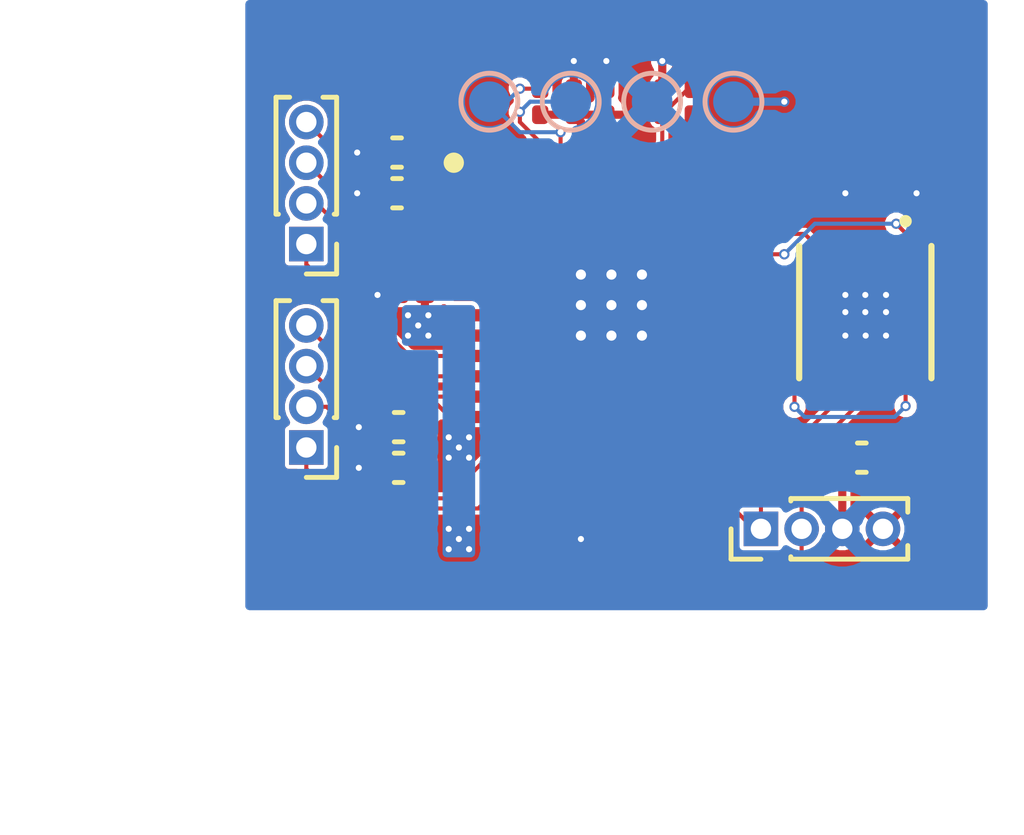
<source format=kicad_pcb>
(kicad_pcb (version 20241229) (generator "pcbnew") (generator_version "9.0")
  (layers (0 "F.Cu" signal) (2 "B.Cu" signal) (13 "F.Paste" user) (15 "B.Paste" user) (5 "F.SilkS" user "F.Silkscreen") (7 "B.SilkS" user "B.Silkscreen") (1 "F.Mask" user) (3 "B.Mask" user) (25 "Edge.Cuts" user))
  (net 0 "")
  (net 1 "+5V")
  (net 2 "GND")
  (net 3 "Net-(IC1-~{RESET})")
  (net 7 "Net-(IC1-PA09)")
  (net 8 "CAN_STBY")
  (net 11 "Net-(IC1-PA08)")
  (net 13 "Net-(IC1-PA04)")
  (net 15 "CAN_TX")
  (net 18 "Net-(IC1-PA31_SWDIO)")
  (net 21 "CAN_RX")
  (net 22 "Net-(IC1-PA05)")
  (net 24 "Net-(IC1-PA02)")
  (net 26 "Net-(IC1-PA03)")
  (net 29 "Net-(IC1-PA30_SWCLK)")
  (net 35 "CAN_NSIL")
  (net 38 "CANL")
  (net 39 "CANH")
  (net 40 "Net-(JP2-B)")
  (net 43 "Net-(IC1-PA06)")
  (net 44 "Net-(IC1-PA07)")
  (footprint "Capacitor_SMD:C_0402_1005Metric" (layer "F.Cu") (at 128.905 62.75 180)
    (property "Reference" "C12" (hide yes))
    (property "Value" "10u")
    (fp_line (start -0.107836 0.36) (end 0.107836 0.36) (stroke (width 0.12)) (layer "F.SilkS"))
    (fp_line (start -0.107836 -0.36) (end 0.107836 -0.36) (stroke (width 0.12)) (layer "F.SilkS"))
    (pad "1" smd roundrect (at -0.48 0 180) (size 0.56 0.62) (layers "F.Cu" "F.Mask" "F.Paste") (net 1 "+5V"))
    (pad "2" smd roundrect (at 0.48 0 180) (size 0.56 0.62) (layers "F.Cu" "F.Mask" "F.Paste") (net 2 "GND"))
  )
  (footprint "ATA6560-GBQW-N:VDFN8_3X3_MCH" (layer "F.Cu") (at 128.9906 59.1724 -90)
    (property "Reference" "U1" (hide yes))
    (property "Value" "ATA6560-GBQW-N")
    (fp_line (start -1.6256 1.6256) (end 1.6256 1.6256) (stroke (width 0.1524)) (layer "F.SilkS"))
    (fp_line (start 1.6256 -1.6256) (end -1.6256 -1.6256) (stroke (width 0.1524)) (layer "F.SilkS"))
    (fp_circle (center -2.2352 -0.9906) (end -2.159 -0.9906) (stroke (width 0.1524)) (fill no) (layer "F.SilkS"))
    (pad "1" smd rect (at -1.4224 -0.9906 270) (size 0.762 0.3048) (layers "F.Cu" "F.Mask" "F.Paste") (net 15 "CAN_TX"))
    (pad "2" smd rect (at -1.4224 -0.3302 270) (size 0.762 0.3048) (layers "F.Cu" "F.Mask" "F.Paste") (net 2 "GND"))
    (pad "3" smd rect (at -1.4224 0.3302 270) (size 0.762 0.3048) (layers "F.Cu" "F.Mask" "F.Paste") (net 1 "+5V"))
    (pad "4" smd rect (at -1.4224 0.9906 270) (size 0.762 0.3048) (layers "F.Cu" "F.Mask" "F.Paste") (net 21 "CAN_RX"))
    (pad "5" smd rect (at 1.4224 0.9906 270) (size 0.762 0.3048) (layers "F.Cu" "F.Mask" "F.Paste") (net 35 "CAN_NSIL"))
    (pad "6" smd rect (at 1.4224 0.3302 270) (size 0.762 0.3048) (layers "F.Cu" "F.Mask" "F.Paste") (net 38 "CANL"))
    (pad "7" smd rect (at 1.4224 -0.3302 270) (size 0.762 0.3048) (layers "F.Cu" "F.Mask" "F.Paste") (net 39 "CANH"))
    (pad "8" smd rect (at 1.4224 -0.9906 270) (size 0.762 0.3048) (layers "F.Cu" "F.Mask" "F.Paste") (net 8 "CAN_STBY"))
    (pad "9" smd rect (at 0 0 270) (size 1.7018 2.4892) (layers "F.Cu" "F.Mask" "F.Paste") (net 2 "GND"))
  )
  (footprint "Resistor_SMD:R_0201_0603Metric" (layer "F.Cu") (at 121 54 -90)
    (property "Reference" "R2" (hide yes))
    (property "Value" "1k")
    (pad "1" smd roundrect (at -0.32 0 270) (size 0.46 0.4) (layers "F.Cu" "F.Mask") (net 29 "Net-(IC1-PA30_SWCLK)"))
    (pad "2" smd roundrect (at 0.32 0 270) (size 0.46 0.4) (layers "F.Cu" "F.Mask") (net 1 "+5V"))
  )
  (footprint "Capacitor_SMD:C_0201_0603Metric" (layer "F.Cu") (at 122.625 54 90)
    (property "Reference" "C6" (hide yes))
    (property "Value" "100n")
    (pad "1" smd roundrect (at -0.32 0 90) (size 0.46 0.4) (layers "F.Cu" "F.Mask") (net 1 "+5V"))
    (pad "2" smd roundrect (at 0.32 0 90) (size 0.46 0.4) (layers "F.Cu" "F.Mask") (net 2 "GND"))
  )
  (footprint "Connector_PinHeader_1.00mm:PinHeader_1x04_P1.00mm_Vertical" (layer "F.Cu") (at 126.425 64.5 90)
    (property "Reference" "J3" (hide yes))
    (property "Value" "Conn_01x04_Socket")
    (fp_line (start -0.745 -0.735) (end 0 -0.735) (stroke (width 0.12)) (layer "F.SilkS"))
    (fp_line (start -0.745 0) (end -0.745 -0.735) (stroke (width 0.12)) (layer "F.SilkS"))
    (fp_line (start 0.745 0.735) (end 0.745 3.61) (stroke (width 0.12)) (layer "F.SilkS"))
    (fp_line (start 0.685565 0.735) (end 0.745 0.735) (stroke (width 0.12)) (layer "F.SilkS"))
    (fp_line (start -0.745 0.735) (end -0.685565 0.735) (stroke (width 0.12)) (layer "F.SilkS"))
    (fp_line (start -0.745 0.735) (end -0.745 3.61) (stroke (width 0.12)) (layer "F.SilkS"))
    (fp_line (start 0.41003 3.61) (end 0.745 3.61) (stroke (width 0.12)) (layer "F.SilkS"))
    (fp_line (start -0.745 3.61) (end -0.41003 3.61) (stroke (width 0.12)) (layer "F.SilkS"))
    (pad "1" thru_hole rect (at 0 0 90) (size 0.85 0.85) (drill 0.5) (layers "*.Cu" "*.Mask") (net 38 "CANL"))
    (pad "2" thru_hole circle (at 0 1 90) (size 0.85 0.85) (drill 0.5) (layers "*.Cu" "*.Mask") (net 39 "CANH"))
    (pad "3" thru_hole circle (at 0 2 90) (size 0.85 0.85) (drill 0.5) (layers "*.Cu" "*.Mask") (net 2 "GND"))
    (pad "4" thru_hole circle (at 0 3 90) (size 0.85 0.85) (drill 0.5) (layers "*.Cu" "*.Mask") (net 1 "+5V"))
  )
  (footprint "Capacitor_SMD:C_0402_1005Metric" (layer "F.Cu") (at 117.48 56.25 180)
    (property "Reference" "C2" (hide yes))
    (property "Value" "10u")
    (fp_line (start -0.107836 0.36) (end 0.107836 0.36) (stroke (width 0.12)) (layer "F.SilkS"))
    (fp_line (start -0.107836 -0.36) (end 0.107836 -0.36) (stroke (width 0.12)) (layer "F.SilkS"))
    (pad "1" smd roundrect (at -0.48 0 180) (size 0.56 0.62) (layers "F.Cu" "F.Mask" "F.Paste") (net 1 "+5V"))
    (pad "2" smd roundrect (at 0.48 0 180) (size 0.56 0.62) (layers "F.Cu" "F.Mask" "F.Paste") (net 2 "GND"))
  )
  (footprint "Capacitor_SMD:C_0402_1005Metric" (layer "F.Cu") (at 117.48 55.25 180)
    (property "Reference" "C1" (hide yes))
    (property "Value" "10u")
    (fp_line (start -0.107836 0.36) (end 0.107836 0.36) (stroke (width 0.12)) (layer "F.SilkS"))
    (fp_line (start -0.107836 -0.36) (end 0.107836 -0.36) (stroke (width 0.12)) (layer "F.SilkS"))
    (pad "1" smd roundrect (at -0.48 0 180) (size 0.56 0.62) (layers "F.Cu" "F.Mask" "F.Paste") (net 1 "+5V"))
    (pad "2" smd roundrect (at 0.48 0 180) (size 0.56 0.62) (layers "F.Cu" "F.Mask" "F.Paste") (net 2 "GND"))
  )
  (footprint "Capacitor_SMD:C_0201_0603Metric" (layer "F.Cu") (at 127.75 56.25)
    (property "Reference" "C9" (hide yes))
    (property "Value" "100n")
    (pad "1" smd roundrect (at -0.32 0) (size 0.46 0.4) (layers "F.Cu" "F.Mask") (net 1 "+5V"))
    (pad "2" smd roundrect (at 0.32 0) (size 0.46 0.4) (layers "F.Cu" "F.Mask") (net 2 "GND"))
  )
  (footprint "Capacitor_SMD:C_0201_0603Metric" (layer "F.Cu") (at 124 54 90)
    (property "Reference" "C10" (hide yes))
    (property "Value" "100n")
    (pad "1" smd roundrect (at -0.32 0 90) (size 0.46 0.4) (layers "F.Cu" "F.Mask") (net 3 "Net-(IC1-~{RESET})"))
    (pad "2" smd roundrect (at 0.32 0 90) (size 0.46 0.4) (layers "F.Cu" "F.Mask") (net 2 "GND"))
  )
  (footprint "Resistor_SMD:R_0201_0603Metric" (layer "F.Cu") (at 124.75 54 90)
    (property "Reference" "R1" (hide yes))
    (property "Value" "100k")
    (pad "1" smd roundrect (at -0.32 0 90) (size 0.46 0.4) (layers "F.Cu" "F.Mask") (net 1 "+5V"))
    (pad "2" smd roundrect (at 0.32 0 90) (size 0.46 0.4) (layers "F.Cu" "F.Mask") (net 3 "Net-(IC1-~{RESET})"))
  )
  (footprint "Capacitor_SMD:C_0402_1005Metric" (layer "F.Cu") (at 117.52 63 180)
    (property "Reference" "C4" (hide yes))
    (property "Value" "10u")
    (fp_line (start -0.107836 0.36) (end 0.107836 0.36) (stroke (width 0.12)) (layer "F.SilkS"))
    (fp_line (start -0.107836 -0.36) (end 0.107836 -0.36) (stroke (width 0.12)) (layer "F.SilkS"))
    (pad "1" smd roundrect (at -0.48 0 180) (size 0.56 0.62) (layers "F.Cu" "F.Mask" "F.Paste") (net 1 "+5V"))
    (pad "2" smd roundrect (at 0.48 0 180) (size 0.56 0.62) (layers "F.Cu" "F.Mask" "F.Paste") (net 2 "GND"))
  )
  (footprint "Resistor_SMD:R_0201_0603Metric" (layer "F.Cu") (at 124.5 63.75 180)
    (property "Reference" "R3" (hide yes))
    (property "Value" "120")
    (pad "1" smd roundrect (at -0.32 0 180) (size 0.46 0.4) (layers "F.Cu" "F.Mask") (net 38 "CANL"))
    (pad "2" smd roundrect (at 0.32 0 180) (size 0.46 0.4) (layers "F.Cu" "F.Mask") (net 40 "Net-(JP2-B)"))
  )
  (footprint "Capacitor_SMD:C_0201_0603Metric" (layer "F.Cu") (at 121.825 54 90)
    (property "Reference" "C5" (hide yes))
    (property "Value" "100n")
    (pad "1" smd roundrect (at -0.32 0 90) (size 0.46 0.4) (layers "F.Cu" "F.Mask") (net 1 "+5V"))
    (pad "2" smd roundrect (at 0.32 0 90) (size 0.46 0.4) (layers "F.Cu" "F.Mask") (net 2 "GND"))
  )
  (footprint "PIC32CM1216JH01048-I/U5B:QFN50P700X700X90-49N-D" (layer "F.Cu") (at 122.75 59)
    (property "Reference" "IC1" (hide yes))
    (property "Value" "PIC32CM1216JH01048-I_U5B" (hide yes))
    (fp_circle (center -3.875 -3.5) (end -3.875 -3.375) (stroke (width 0.25)) (fill no) (layer "F.SilkS"))
    (pad "1" smd rect (at -3.45 -2.75 90) (size 0.3 0.85) (layers "F.Cu" "F.Mask" "F.Paste"))
    (pad "2" smd rect (at -3.45 -2.25 90) (size 0.3 0.85) (layers "F.Cu" "F.Mask" "F.Paste"))
    (pad "3" smd rect (at -3.45 -1.75 90) (size 0.3 0.85) (layers "F.Cu" "F.Mask" "F.Paste") (net 24 "Net-(IC1-PA02)"))
    (pad "4" smd rect (at -3.45 -1.25 90) (size 0.3 0.85) (layers "F.Cu" "F.Mask" "F.Paste") (net 26 "Net-(IC1-PA03)"))
    (pad "5" smd rect (at -3.45 -0.75 90) (size 0.3 0.85) (layers "F.Cu" "F.Mask" "F.Paste") (net 2 "GND"))
    (pad "6" smd rect (at -3.45 -0.25 90) (size 0.3 0.85) (layers "F.Cu" "F.Mask" "F.Paste") (net 1 "+5V"))
    (pad "7" smd rect (at -3.45 0.25 90) (size 0.3 0.85) (layers "F.Cu" "F.Mask" "F.Paste"))
    (pad "8" smd rect (at -3.45 0.75 90) (size 0.3 0.85) (layers "F.Cu" "F.Mask" "F.Paste"))
    (pad "9" smd rect (at -3.45 1.25 90) (size 0.3 0.85) (layers "F.Cu" "F.Mask" "F.Paste") (net 13 "Net-(IC1-PA04)"))
    (pad "10" smd rect (at -3.45 1.75 90) (size 0.3 0.85) (layers "F.Cu" "F.Mask" "F.Paste") (net 22 "Net-(IC1-PA05)"))
    (pad "11" smd rect (at -3.45 2.25 90) (size 0.3 0.85) (layers "F.Cu" "F.Mask" "F.Paste") (net 43 "Net-(IC1-PA06)"))
    (pad "12" smd rect (at -3.45 2.75 90) (size 0.3 0.85) (layers "F.Cu" "F.Mask" "F.Paste") (net 44 "Net-(IC1-PA07)"))
    (pad "13" smd rect (at -2.75 3.45) (size 0.3 0.85) (layers "F.Cu" "F.Mask" "F.Paste") (net 11 "Net-(IC1-PA08)"))
    (pad "14" smd rect (at -2.25 3.45) (size 0.3 0.85) (layers "F.Cu" "F.Mask" "F.Paste") (net 7 "Net-(IC1-PA09)"))
    (pad "15" smd rect (at -1.75 3.45) (size 0.3 0.85) (layers "F.Cu" "F.Mask" "F.Paste"))
    (pad "16" smd rect (at -1.25 3.45) (size 0.3 0.85) (layers "F.Cu" "F.Mask" "F.Paste"))
    (pad "17" smd rect (at -0.75 3.45) (size 0.3 0.85) (layers "F.Cu" "F.Mask" "F.Paste") (net 1 "+5V"))
    (pad "18" smd rect (at -0.25 3.45) (size 0.3 0.85) (layers "F.Cu" "F.Mask" "F.Paste") (net 2 "GND"))
    (pad "19" smd rect (at 0.25 3.45) (size 0.3 0.85) (layers "F.Cu" "F.Mask" "F.Paste"))
    (pad "20" smd rect (at 0.75 3.45) (size 0.3 0.85) (layers "F.Cu" "F.Mask" "F.Paste"))
    (pad "21" smd rect (at 1.25 3.45) (size 0.3 0.85) (layers "F.Cu" "F.Mask" "F.Paste"))
    (pad "22" smd rect (at 1.75 3.45) (size 0.3 0.85) (layers "F.Cu" "F.Mask" "F.Paste"))
    (pad "23" smd rect (at 2.25 3.45) (size 0.3 0.85) (layers "F.Cu" "F.Mask" "F.Paste"))
    (pad "24" smd rect (at 2.75 3.45) (size 0.3 0.85) (layers "F.Cu" "F.Mask" "F.Paste"))
    (pad "25" smd rect (at 3.45 2.75 90) (size 0.3 0.85) (layers "F.Cu" "F.Mask" "F.Paste"))
    (pad "26" smd rect (at 3.45 2.25 90) (size 0.3 0.85) (layers "F.Cu" "F.Mask" "F.Paste"))
    (pad "27" smd rect (at 3.45 1.75 90) (size 0.3 0.85) (layers "F.Cu" "F.Mask" "F.Paste"))
    (pad "28" smd rect (at 3.45 1.25 90) (size 0.3 0.85) (layers "F.Cu" "F.Mask" "F.Paste"))
    (pad "29" smd rect (at 3.45 0.75 90) (size 0.3 0.85) (layers "F.Cu" "F.Mask" "F.Paste"))
    (pad "30" smd rect (at 3.45 0.25 90) (size 0.3 0.85) (layers "F.Cu" "F.Mask" "F.Paste"))
    (pad "31" smd rect (at 3.45 -0.25 90) (size 0.3 0.85) (layers "F.Cu" "F.Mask" "F.Paste") (net 8 "CAN_STBY"))
    (pad "32" smd rect (at 3.45 -0.75 90) (size 0.3 0.85) (layers "F.Cu" "F.Mask" "F.Paste") (net 35 "CAN_NSIL"))
    (pad "33" smd rect (at 3.45 -1.25 90) (size 0.3 0.85) (layers "F.Cu" "F.Mask" "F.Paste") (net 15 "CAN_TX"))
    (pad "34" smd rect (at 3.45 -1.75 90) (size 0.3 0.85) (layers "F.Cu" "F.Mask" "F.Paste") (net 21 "CAN_RX"))
    (pad "35" smd rect (at 3.45 -2.25 90) (size 0.3 0.85) (layers "F.Cu" "F.Mask" "F.Paste") (net 2 "GND"))
    (pad "36" smd rect (at 3.45 -2.75 90) (size 0.3 0.85) (layers "F.Cu" "F.Mask" "F.Paste") (net 1 "+5V"))
    (pad "37" smd rect (at 2.75 -3.45) (size 0.3 0.85) (layers "F.Cu" "F.Mask" "F.Paste"))
    (pad "38" smd rect (at 2.25 -3.45) (size 0.3 0.85) (layers "F.Cu" "F.Mask" "F.Paste"))
    (pad "39" smd rect (at 1.75 -3.45) (size 0.3 0.85) (layers "F.Cu" "F.Mask" "F.Paste"))
    (pad "40" smd rect (at 1.25 -3.45) (size 0.3 0.85) (layers "F.Cu" "F.Mask" "F.Paste") (net 3 "Net-(IC1-~{RESET})"))
    (pad "41" smd rect (at 0.75 -3.45) (size 0.3 0.85) (layers "F.Cu" "F.Mask" "F.Paste"))
    (pad "42" smd rect (at 0.25 -3.45) (size 0.3 0.85) (layers "F.Cu" "F.Mask" "F.Paste") (net 2 "GND"))
    (pad "43" smd rect (at -0.25 -3.45) (size 0.3 0.85) (layers "F.Cu" "F.Mask" "F.Paste") (net 1 "+5V"))
    (pad "44" smd rect (at -0.75 -3.45) (size 0.3 0.85) (layers "F.Cu" "F.Mask" "F.Paste") (net 1 "+5V"))
    (pad "45" smd rect (at -1.25 -3.45) (size 0.3 0.85) (layers "F.Cu" "F.Mask" "F.Paste") (net 29 "Net-(IC1-PA30_SWCLK)"))
    (pad "46" smd rect (at -1.75 -3.45) (size 0.3 0.85) (layers "F.Cu" "F.Mask" "F.Paste") (net 18 "Net-(IC1-PA31_SWDIO)"))
    (pad "47" smd rect (at -2.25 -3.45) (size 0.3 0.85) (layers "F.Cu" "F.Mask" "F.Paste"))
    (pad "48" smd rect (at -2.75 -3.45) (size 0.3 0.85) (layers "F.Cu" "F.Mask" "F.Paste"))
    (pad "49" smd rect (at 0 0) (size 5.25 5.25) (layers "F.Cu" "F.Mask" "F.Paste") (net 2 "GND"))
  )
  (footprint "Capacitor_SMD:C_0402_1005Metric" (layer "F.Cu") (at 117.52 62 180)
    (property "Reference" "C3" (hide yes))
    (property "Value" "10u")
    (fp_line (start -0.107836 0.36) (end 0.107836 0.36) (stroke (width 0.12)) (layer "F.SilkS"))
    (fp_line (start -0.107836 -0.36) (end 0.107836 -0.36) (stroke (width 0.12)) (layer "F.SilkS"))
    (pad "1" smd roundrect (at -0.48 0 180) (size 0.56 0.62) (layers "F.Cu" "F.Mask" "F.Paste") (net 1 "+5V"))
    (pad "2" smd roundrect (at 0.48 0 180) (size 0.56 0.62) (layers "F.Cu" "F.Mask" "F.Paste") (net 2 "GND"))
  )
  (footprint "Capacitor_SMD:C_0201_0603Metric" (layer "F.Cu") (at 129.405 56.25)
    (property "Reference" "C11" (hide yes))
    (property "Value" "100n")
    (pad "1" smd roundrect (at -0.32 0) (size 0.46 0.4) (layers "F.Cu" "F.Mask") (net 1 "+5V"))
    (pad "2" smd roundrect (at 0.32 0) (size 0.46 0.4) (layers "F.Cu" "F.Mask") (net 2 "GND"))
  )
  (footprint "Resistor_SMD:R_0201_0603Metric" (layer "F.Cu") (at 124.5 65.25 180)
    (property "Reference" "JP2" (hide yes))
    (property "Value" "Jumper_2_Small_Open")
    (pad "1" smd roundrect (at -0.32 0 180) (size 0.46 0.4) (layers "F.Cu" "F.Mask") (net 39 "CANH"))
    (pad "2" smd roundrect (at 0.32 0 180) (size 0.46 0.4) (layers "F.Cu" "F.Mask") (net 40 "Net-(JP2-B)"))
  )
  (footprint "Connector_PinHeader_1.00mm:PinHeader_1x04_P1.00mm_Vertical" (layer "F.Cu") (at 115.25 57.5 180)
    (property "Reference" "J1" (hide yes))
    (property "Value" "Conn_01x04_Socket")
    (fp_line (start 0.745 0.735) (end 0.745 3.61) (stroke (width 0.12)) (layer "F.SilkS"))
    (fp_line (start 0.685565 0.735) (end 0.745 0.735) (stroke (width 0.12)) (layer "F.SilkS"))
    (fp_line (start 0.41003 3.61) (end 0.745 3.61) (stroke (width 0.12)) (layer "F.SilkS"))
    (fp_line (start -0.745 3.61) (end -0.41003 3.61) (stroke (width 0.12)) (layer "F.SilkS"))
    (fp_line (start -0.745 0.735) (end -0.685565 0.735) (stroke (width 0.12)) (layer "F.SilkS"))
    (fp_line (start -0.745 0.735) (end -0.745 3.61) (stroke (width 0.12)) (layer "F.SilkS"))
    (fp_line (start -0.745 0) (end -0.745 -0.735) (stroke (width 0.12)) (layer "F.SilkS"))
    (fp_line (start -0.745 -0.735) (end 0 -0.735) (stroke (width 0.12)) (layer "F.SilkS"))
    (pad "1" thru_hole rect (at 0 0 180) (size 0.85 0.85) (drill 0.5) (layers "*.Cu" "*.Mask") (net 22 "Net-(IC1-PA05)"))
    (pad "2" thru_hole circle (at 0 1 180) (size 0.85 0.85) (drill 0.5) (layers "*.Cu" "*.Mask") (net 13 "Net-(IC1-PA04)"))
    (pad "3" thru_hole circle (at 0 2 180) (size 0.85 0.85) (drill 0.5) (layers "*.Cu" "*.Mask") (net 26 "Net-(IC1-PA03)"))
    (pad "4" thru_hole circle (at 0 3 180) (size 0.85 0.85) (drill 0.5) (layers "*.Cu" "*.Mask") (net 24 "Net-(IC1-PA02)"))
  )
  (footprint "Connector_PinHeader_1.00mm:PinHeader_1x04_P1.00mm_Vertical" (layer "F.Cu") (at 115.25 62.5 180)
    (property "Reference" "J2" (hide yes))
    (property "Value" "Conn_01x04_Socket")
    (fp_line (start 0.745 0.735) (end 0.745 3.61) (stroke (width 0.12)) (layer "F.SilkS"))
    (fp_line (start 0.685565 0.735) (end 0.745 0.735) (stroke (width 0.12)) (layer "F.SilkS"))
    (fp_line (start 0.41003 3.61) (end 0.745 3.61) (stroke (width 0.12)) (layer "F.SilkS"))
    (fp_line (start -0.745 3.61) (end -0.41003 3.61) (stroke (width 0.12)) (layer "F.SilkS"))
    (fp_line (start -0.745 0.735) (end -0.685565 0.735) (stroke (width 0.12)) (layer "F.SilkS"))
    (fp_line (start -0.745 0.735) (end -0.745 3.61) (stroke (width 0.12)) (layer "F.SilkS"))
    (fp_line (start -0.745 0) (end -0.745 -0.735) (stroke (width 0.12)) (layer "F.SilkS"))
    (fp_line (start -0.745 -0.735) (end 0 -0.735) (stroke (width 0.12)) (layer "F.SilkS"))
    (pad "1" thru_hole rect (at 0 0 180) (size 0.85 0.85) (drill 0.5) (layers "*.Cu" "*.Mask") (net 7 "Net-(IC1-PA09)"))
    (pad "2" thru_hole circle (at 0 1 180) (size 0.85 0.85) (drill 0.5) (layers "*.Cu" "*.Mask") (net 11 "Net-(IC1-PA08)"))
    (pad "3" thru_hole circle (at 0 2 180) (size 0.85 0.85) (drill 0.5) (layers "*.Cu" "*.Mask") (net 44 "Net-(IC1-PA07)"))
    (pad "4" thru_hole circle (at 0 3 180) (size 0.85 0.85) (drill 0.5) (layers "*.Cu" "*.Mask") (net 43 "Net-(IC1-PA06)"))
  )
  (footprint "Capacitor_SMD:C_0201_0603Metric" (layer "F.Cu") (at 117.845 58.75 180)
    (property "Reference" "C7" (hide yes))
    (property "Value" "100n")
    (pad "1" smd roundrect (at -0.32 0 180) (size 0.46 0.4) (layers "F.Cu" "F.Mask") (net 1 "+5V"))
    (pad "2" smd roundrect (at 0.32 0 180) (size 0.46 0.4) (layers "F.Cu" "F.Mask") (net 2 "GND"))
  )
  (footprint "Capacitor_SMD:C_0201_0603Metric" (layer "F.Cu") (at 122 64 -90)
    (property "Reference" "C8" (hide yes))
    (property "Value" "100n")
    (pad "1" smd roundrect (at -0.32 0 270) (size 0.46 0.4) (layers "F.Cu" "F.Mask") (net 1 "+5V"))
    (pad "2" smd roundrect (at 0.32 0 270) (size 0.46 0.4) (layers "F.Cu" "F.Mask") (net 2 "GND"))
  )
  (footprint "TestPoint:TestPoint_Pad_D1.0mm" (layer "B.Cu") (at 123.75 54 180)
    (property "Reference" "TP2" (hide yes))
    (property "Value" "TestPoint")
    (fp_circle (center 0 0) (end 0 -0.7) (stroke (width 0.12)) (fill no) (layer "B.SilkS"))
    (pad "1" smd circle (at 0 0 180) (size 1 1) (layers "B.Cu" "B.Mask") (net 2 "GND"))
  )
  (footprint "TestPoint:TestPoint_Pad_D1.0mm" (layer "B.Cu") (at 121.75 54 180)
    (property "Reference" "TP3" (hide yes))
    (property "Value" "TestPoint")
    (fp_circle (center 0 0) (end 0 -0.7) (stroke (width 0.12)) (fill no) (layer "B.SilkS"))
    (pad "1" smd circle (at 0 0 180) (size 1 1) (layers "B.Cu" "B.Mask") (net 18 "Net-(IC1-PA31_SWDIO)"))
  )
  (footprint "TestPoint:TestPoint_Pad_D1.0mm" (layer "B.Cu") (at 119.75 54 180)
    (property "Reference" "TP4" (hide yes))
    (property "Value" "TestPoint")
    (fp_circle (center 0 0) (end 0 -0.7) (stroke (width 0.12)) (fill no) (layer "B.SilkS"))
    (pad "1" smd circle (at 0 0 180) (size 1 1) (layers "B.Cu" "B.Mask") (net 29 "Net-(IC1-PA30_SWCLK)"))
  )
  (footprint "TestPoint:TestPoint_Pad_D1.0mm" (layer "B.Cu") (at 125.75 54 180)
    (property "Reference" "TP1" (hide yes))
    (property "Value" "TestPoint")
    (fp_circle (center 0 0) (end 0 -0.7) (stroke (width 0.12)) (fill no) (layer "B.SilkS"))
    (pad "1" smd circle (at 0 0 180) (size 1 1) (layers "B.Cu" "B.Mask") (net 1 "+5V"))
  )
  (segment (start 122.5 55.55) (end 122.5 54.445) (width 0.2) (layer "F.Cu") (net 1))
  (segment (start 122 55.55) (end 122 54.495) (width 0.2) (layer "F.Cu") (net 1))
  (segment (start 122.5 55.55) (end 122 55.55) (width 0.2) (layer "F.Cu") (net 1))
  (segment (start 122.5 54.445) (end 122.625 54.32) (width 0.2) (layer "F.Cu") (net 1))
  (segment (start 122 54.495) (end 121.825 54.32) (width 0.2) (layer "F.Cu") (net 1))
  (via (at 118.75 64.5) (size 0.25) (drill 0.15) (layers "F.Cu" "B.Cu") (net 1))
  (via (at 118.25 59.75) (size 0.25) (drill 0.15) (layers "F.Cu" "B.Cu") (net 1))
  (via (at 127 54) (size 0.25) (drill 0.15) (layers "F.Cu" "B.Cu") (net 1))
  (via (at 119 64.75) (size 0.25) (drill 0.15) (layers "F.Cu" "B.Cu") (net 1))
  (via (at 117.75 59.25) (size 0.25) (drill 0.15) (layers "F.Cu" "B.Cu") (net 1))
  (via (at 119.25 65) (size 0.25) (drill 0.15) (layers "F.Cu" "B.Cu") (net 1))
  (via (at 118 59.5) (size 0.25) (drill 0.15) (layers "F.Cu" "B.Cu") (net 1))
  (via (at 118.75 65) (size 0.25) (drill 0.15) (layers "F.Cu" "B.Cu") (net 1))
  (via (at 118.75 62.25) (size 0.25) (drill 0.15) (layers "F.Cu" "B.Cu") (net 1))
  (via (at 119 62.5) (size 0.25) (drill 0.15) (layers "F.Cu" "B.Cu") (net 1))
  (via (at 119.25 62.75) (size 0.25) (drill 0.15) (layers "F.Cu" "B.Cu") (net 1))
  (via (at 119.25 62.25) (size 0.25) (drill 0.15) (layers "F.Cu" "B.Cu") (net 1))
  (via (at 119.25 64.5) (size 0.25) (drill 0.15) (layers "F.Cu" "B.Cu") (net 1))
  (via (at 118.25 59.25) (size 0.25) (drill 0.15) (layers "F.Cu" "B.Cu") (net 1))
  (via (at 118.75 62.75) (size 0.25) (drill 0.15) (layers "F.Cu" "B.Cu") (net 1))
  (via (at 117.75 59.75) (size 0.25) (drill 0.15) (layers "F.Cu" "B.Cu") (net 1))
  (segment (start 125.75 54) (end 127 54) (width 0.2) (layer "B.Cu") (net 1))
  (segment (start 116.5 56.25) (end 117 56.25) (width 0.2) (layer "F.Cu") (net 2))
  (segment (start 117 58.75) (end 117.525 58.75) (width 0.2) (layer "F.Cu") (net 2))
  (segment (start 122 64.75) (end 122 64.32) (width 0.2) (layer "F.Cu") (net 2))
  (segment (start 129.3208 58.8422) (end 128.9906 59.1724) (width 0.2) (layer "F.Cu") (net 2))
  (segment (start 122.5 59.25) (end 122.5 62.45) (width 0.2) (layer "F.Cu") (net 2))
  (segment (start 116.5 55.25) (end 117 55.25) (width 0.2) (layer "F.Cu") (net 2))
  (segment (start 128.5 56.25) (end 128.07 56.25) (width 0.2) (layer "F.Cu") (net 2))
  (segment (start 129.725 56.25) (end 130.25 56.25) (width 0.2) (layer "F.Cu") (net 2))
  (segment (start 116.54 62) (end 117.04 62) (width 0.2) (layer "F.Cu") (net 2))
  (segment (start 125 56.75) (end 126.2 56.75) (width 0.2) (layer "F.Cu") (net 2))
  (segment (start 116.54 63) (end 117.04 63) (width 0.2) (layer "F.Cu") (net 2))
  (segment (start 128.425 62.75) (end 128.425 64.5) (width 0.2) (layer "F.Cu") (net 2))
  (segment (start 122.625 53) (end 122.625 53.68) (width 0.2) (layer "F.Cu") (net 2))
  (segment (start 122.75 59) (end 122 58.25) (width 0.2) (layer "F.Cu") (net 2))
  (segment (start 123 55.55) (end 123 58.75) (width 0.2) (layer "F.Cu") (net 2))
  (segment (start 124 53) (end 124 53.68) (width 0.2) (layer "F.Cu") (net 2))
  (segment (start 122.75 59) (end 125 56.75) (width 0.2) (layer "F.Cu") (net 2))
  (segment (start 122.75 59) (end 122.5 59.25) (width 0.2) (layer "F.Cu") (net 2))
  (segment (start 123 58.75) (end 122.75 59) (width 0.2) (layer "F.Cu") (net 2))
  (segment (start 121.825 53) (end 121.825 53.68) (width 0.2) (layer "F.Cu") (net 2))
  (segment (start 122 58.25) (end 119.3 58.25) (width 0.2) (layer "F.Cu") (net 2))
  (segment (start 129.3208 57.75) (end 129.3208 58.8422) (width 0.2) (layer "F.Cu") (net 2))
  (via (at 116.54 63) (size 0.25) (drill 0.15) (layers "F.Cu" "B.Cu") (net 2))
  (via (at 116.5 55.25) (size 0.25) (drill 0.15) (layers "F.Cu" "B.Cu") (net 2))
  (via (at 128.5 58.75) (size 0.25) (drill 0.15) (layers "F.Cu" "B.Cu") (net 2))
  (via (at 128.5 59.75) (size 0.25) (drill 0.15) (layers "F.Cu" "B.Cu") (net 2))
  (via (at 122.75 58.25) (size 0.4) (drill 0.25) (layers "F.Cu" "B.Cu") (net 2))
  (via (at 128.9906 58.75) (size 0.25) (drill 0.15) (layers "F.Cu" "B.Cu") (net 2))
  (via (at 129.5 58.75) (size 0.25) (drill 0.15) (layers "F.Cu" "B.Cu") (net 2))
  (via (at 130.25 56.25) (size 0.25) (drill 0.15) (layers "F.Cu" "B.Cu") (net 2))
  (via (at 123.5 58.25) (size 0.4) (drill 0.25) (layers "F.Cu" "B.Cu") (net 2))
  (via (at 128.5 59.1724) (size 0.25) (drill 0.15) (layers "F.Cu" "B.Cu") (net 2))
  (via (at 122.75 59) (size 0.4) (drill 0.25) (layers "F.Cu" "B.Cu") (net 2))
  (via (at 121.825 53) (size 0.25) (drill 0.15) (layers "F.Cu" "B.Cu") (net 2))
  (via (at 117 58.75) (size 0.25) (drill 0.15) (layers "F.Cu" "B.Cu") (net 2))
  (via (at 122 64.75) (size 0.25) (drill 0.15) (layers "F.Cu" "B.Cu") (net 2))
  (via (at 122 59.75) (size 0.4) (drill 0.25) (layers "F.Cu" "B.Cu") (net 2))
  (via (at 116.54 62) (size 0.25) (drill 0.15) (layers "F.Cu" "B.Cu") (net 2))
  (via (at 122.625 53) (size 0.25) (drill 0.15) (layers "F.Cu" "B.Cu") (net 2))
  (via (at 124 53) (size 0.25) (drill 0.15) (layers "F.Cu" "B.Cu") (net 2))
  (via (at 128.9906 59.1724) (size 0.25) (drill 0.15) (layers "F.Cu" "B.Cu") (net 2))
  (via (at 122 58.25) (size 0.4) (drill 0.25) (layers "F.Cu" "B.Cu") (net 2))
  (via (at 123.5 59.75) (size 0.4) (drill 0.25) (layers "F.Cu" "B.Cu") (net 2))
  (via (at 129.5 59.75) (size 0.25) (drill 0.15) (layers "F.Cu" "B.Cu") (net 2))
  (via (at 129.5 59.1724) (size 0.25) (drill 0.15) (layers "F.Cu" "B.Cu") (net 2))
  (via (at 116.5 56.25) (size 0.25) (drill 0.15) (layers "F.Cu" "B.Cu") (net 2))
  (via (at 128.5 56.25) (size 0.25) (drill 0.15) (layers "F.Cu" "B.Cu") (net 2))
  (via (at 122 59) (size 0.4) (drill 0.25) (layers "F.Cu" "B.Cu") (net 2))
  (via (at 123.5 59) (size 0.4) (drill 0.25) (layers "F.Cu" "B.Cu") (net 2))
  (via (at 129 59.75) (size 0.25) (drill 0.15) (layers "F.Cu" "B.Cu") (net 2))
  (via (at 122.75 59.75) (size 0.4) (drill 0.25) (layers "F.Cu" "B.Cu") (net 2))
  (segment (start 124.64 53.68) (end 124 54.32) (width 0.1) (layer "F.Cu") (net 3))
  (segment (start 124 54.32) (end 124 55.55) (width 0.1) (layer "F.Cu") (net 3))
  (segment (start 124.75 53.68) (end 124.64 53.68) (width 0.1) (layer "F.Cu") (net 3))
  (segment (start 120.5 62.975) (end 119.475 64) (width 0.1) (layer "F.Cu") (net 7))
  (segment (start 119.475 64) (end 116.225 64) (width 0.1) (layer "F.Cu") (net 7))
  (segment (start 115.25 63.025) (end 115.25 62.5) (width 0.1) (layer "F.Cu") (net 7))
  (segment (start 116.225 64) (end 115.25 63.025) (width 0.1) (layer "F.Cu") (net 7))
  (segment (start 120.5 62.45) (end 120.5 62.975) (width 0.1) (layer "F.Cu") (net 7))
  (segment (start 127.25 61.5) (end 127.25 59.5) (width 0.1) (layer "F.Cu") (net 8))
  (segment (start 126.5 58.75) (end 126.2 58.75) (width 0.1) (layer "F.Cu") (net 8))
  (segment (start 129.9812 61.4812) (end 129.9812 60.5948) (width 0.1) (layer "F.Cu") (net 8))
  (segment (start 127.25 59.5) (end 126.5 58.75) (width 0.1) (layer "F.Cu") (net 8))
  (via (at 127.25 61.5) (size 0.25) (drill 0.15) (layers "F.Cu" "B.Cu") (net 8))
  (via (at 129.9812 61.4812) (size 0.25) (drill 0.15) (layers "F.Cu" "B.Cu") (net 8))
  (segment (start 129.7124 61.75) (end 127.5 61.75) (width 0.1) (layer "B.Cu") (net 8))
  (segment (start 129.9812 61.4812) (end 129.7124 61.75) (width 0.1) (layer "B.Cu") (net 8))
  (segment (start 127.5 61.75) (end 127.25 61.5) (width 0.1) (layer "B.Cu") (net 8))
  (segment (start 116 63) (end 116.75 63.75) (width 0.1) (layer "F.Cu") (net 11))
  (segment (start 115.25 61.5) (end 115.75 61.5) (width 0.1) (layer "F.Cu") (net 11))
  (segment (start 116.75 63.75) (end 118.7 63.75) (width 0.1) (layer "F.Cu") (net 11))
  (segment (start 116 61.75) (end 116 63) (width 0.1) (layer "F.Cu") (net 11))
  (segment (start 115.75 61.5) (end 116 61.75) (width 0.1) (layer "F.Cu") (net 11))
  (segment (start 118.7 63.75) (end 120 62.45) (width 0.1) (layer "F.Cu") (net 11))
  (segment (start 116.25 57.25) (end 116.25 58.715744) (width 0.1) (layer "F.Cu") (net 13))
  (segment (start 115.5 56.5) (end 116.25 57.25) (width 0.1) (layer "F.Cu") (net 13))
  (segment (start 116.25 58.715744) (end 117.784256 60.25) (width 0.1) (layer "F.Cu") (net 13))
  (segment (start 117.784256 60.25) (end 119.3 60.25) (width 0.1) (layer "F.Cu") (net 13))
  (segment (start 115.25 56.5) (end 115.5 56.5) (width 0.1) (layer "F.Cu") (net 13))
  (segment (start 127 57.75) (end 126.2 57.75) (width 0.1) (layer "F.Cu") (net 15))
  (segment (start 129.9812 57.75) (end 129.9812 57.2312) (width 0.1) (layer "F.Cu") (net 15))
  (segment (start 129.9812 57.2312) (end 129.75 57) (width 0.1) (layer "F.Cu") (net 15))
  (via (at 127 57.75) (size 0.25) (drill 0.15) (layers "F.Cu" "B.Cu") (net 15))
  (via (at 127 57.75) (size 0.25) (drill 0.15) (layers "F.Cu" "B.Cu") (net 15))
  (via (at 129.75 57) (size 0.25) (drill 0.15) (layers "F.Cu" "B.Cu") (net 15))
  (segment (start 129.75 57) (end 127.75 57) (width 0.1) (layer "B.Cu") (net 15))
  (segment (start 127.75 57) (end 127 57.75) (width 0.1) (layer "B.Cu") (net 15))
  (segment (start 121 55.55) (end 121 55) (width 0.1) (layer "F.Cu") (net 18))
  (segment (start 121 55) (end 120.5 54.5) (width 0.1) (layer "F.Cu") (net 18))
  (segment (start 120.5 54.5) (end 120.5 54.25) (width 0.1) (layer "F.Cu") (net 18))
  (via (at 120.5 54.25) (size 0.25) (drill 0.15) (layers "F.Cu" "B.Cu") (net 18))
  (segment (start 120.5 54.25) (end 120.75 54) (width 0.1) (layer "B.Cu") (net 18))
  (segment (start 120.75 54) (end 121.75 54) (width 0.1) (layer "B.Cu") (net 18))
  (segment (start 127.5 57.25) (end 128 57.75) (width 0.1) (layer "F.Cu") (net 21))
  (segment (start 126.2 57.25) (end 127.5 57.25) (width 0.1) (layer "F.Cu") (net 21))
  (segment (start 115.25 58) (end 118 60.75) (width 0.1) (layer "F.Cu") (net 22))
  (segment (start 115.25 57.5) (end 115.25 58) (width 0.1) (layer "F.Cu") (net 22))
  (segment (start 118 60.75) (end 119.3 60.75) (width 0.1) (layer "F.Cu") (net 22))
  (segment (start 116.818512 57.25) (end 119.3 57.25) (width 0.1) (layer "F.Cu") (net 24))
  (segment (start 116.027 56.458488) (end 116.818512 57.25) (width 0.1) (layer "F.Cu") (net 24))
  (segment (start 116.027 55.277) (end 116.027 56.458488) (width 0.1) (layer "F.Cu") (net 24))
  (segment (start 115.25 54.5) (end 116.027 55.277) (width 0.1) (layer "F.Cu") (net 24))
  (segment (start 115.826 56.076) (end 115.826 56.541744) (width 0.1) (layer "F.Cu") (net 26))
  (segment (start 115.25 55.5) (end 115.826 56.076) (width 0.1) (layer "F.Cu") (net 26))
  (segment (start 115.826 56.541744) (end 117.034256 57.75) (width 0.1) (layer "F.Cu") (net 26))
  (segment (start 117.034256 57.75) (end 119.3 57.75) (width 0.1) (layer "F.Cu") (net 26))
  (segment (start 120.5 53.68) (end 121 53.68) (width 0.1) (layer "F.Cu") (net 29))
  (segment (start 121.5 54.75) (end 121.5 55.55) (width 0.1) (layer "F.Cu") (net 29))
  (via (at 121.5 54.75) (size 0.25) (drill 0.15) (layers "F.Cu" "B.Cu") (net 29))
  (via (at 120.5 53.68) (size 0.25) (drill 0.15) (layers "F.Cu" "B.Cu") (net 29))
  (segment (start 119.75 54) (end 120.5 54.75) (width 0.1) (layer "B.Cu") (net 29))
  (segment (start 120.18 54) (end 119.75 54) (width 0.1) (layer "B.Cu") (net 29))
  (segment (start 120.5 54.75) (end 121.5 54.75) (width 0.1) (layer "B.Cu") (net 29))
  (segment (start 120.5 53.68) (end 120.18 54) (width 0.1) (layer "B.Cu") (net 29))
  (segment (start 127.5 60.0948) (end 127.5 59.25) (width 0.1) (layer "F.Cu") (net 35))
  (segment (start 127.5 59.25) (end 126.5 58.25) (width 0.1) (layer "F.Cu") (net 35))
  (segment (start 126.5 58.25) (end 126.2 58.25) (width 0.1) (layer "F.Cu") (net 35))
  (segment (start 128 60.5948) (end 127.5 60.0948) (width 0.1) (layer "F.Cu") (net 35))
  (segment (start 125.5 63.75) (end 124.82 63.75) (width 0.1) (layer "F.Cu") (net 38))
  (segment (start 128.6604 61) (end 128.6604 60.5948) (width 0.1) (layer "F.Cu") (net 38))
  (segment (start 126.425 63.2354) (end 128.6604 61) (width 0.1) (layer "F.Cu") (net 38))
  (segment (start 126.425 64.5) (end 126.25 64.5) (width 0.1) (layer "F.Cu") (net 38))
  (segment (start 126.25 64.5) (end 125.5 63.75) (width 0.1) (layer "F.Cu") (net 38))
  (segment (start 126.425 64.5) (end 126.425 63.2354) (width 0.1) (layer "F.Cu") (net 38))
  (segment (start 127.27604 65.25) (end 127.425 65.10104) (width 0.1) (layer "F.Cu") (net 39))
  (segment (start 127.425 65.10104) (end 127.425 64.5) (width 0.1) (layer "F.Cu") (net 39))
  (segment (start 127.425 62.825) (end 129.3208 60.9292) (width 0.1) (layer "F.Cu") (net 39))
  (segment (start 124.82 65.25) (end 127.27604 65.25) (width 0.1) (layer "F.Cu") (net 39))
  (segment (start 129.3208 60.9292) (end 129.3208 60.5948) (width 0.1) (layer "F.Cu") (net 39))
  (segment (start 127.425 64.5) (end 127.425 62.825) (width 0.1) (layer "F.Cu") (net 39))
  (segment (start 124.18 63.75) (end 124.18 65.25) (width 0.1) (layer "F.Cu") (net 40))
  (segment (start 117 61.25) (end 115.25 59.5) (width 0.1) (layer "F.Cu") (net 43))
  (segment (start 119.3 61.25) (end 117 61.25) (width 0.1) (layer "F.Cu") (net 43))
  (segment (start 118.775 61.75) (end 119.3 61.75) (width 0.1) (layer "F.Cu") (net 44))
  (segment (start 116.201 61.451) (end 118.476 61.451) (width 0.1) (layer "F.Cu") (net 44))
  (segment (start 118.476 61.451) (end 118.775 61.75) (width 0.1) (layer "F.Cu") (net 44))
  (segment (start 115.25 60.5) (end 116.201 61.451) (width 0.1) (layer "F.Cu") (net 44))
  (zone (net 1) (net_name "+5V") (layer "F.Cu") (connect_pads (clearance 0.1)) (min_thickness 0.2) (fill yes (thermal_gap 0.2) (thermal_bridge_width 0.2))
    (polygon (pts (xy 114 51.75) (xy 131.75 51.75) (xy 131.75 66.25) (xy 114 66.25)))
  )
  (zone (net 1) (net_name "+5V") (layer "B.Cu") (priority 1) (connect_pads (clearance 0.1)) (min_thickness 0.2) (fill yes (thermal_gap 0.2) (thermal_bridge_width 0.2))
    (polygon (pts (xy 119.4 65.2) (xy 119.4 59) (xy 117.6 59) (xy 117.6 60) (xy 118.6 60) (xy 118.6 65.2)))
  )
  (zone (net 2) (net_name "GND") (layer "B.Cu") (connect_pads (clearance 0.1)) (min_thickness 0.2) (fill yes (thermal_gap 0.5) (thermal_bridge_width 0.5))
    (polygon (pts (xy 113.75 51.5) (xy 132 51.5) (xy 132 66.5) (xy 113.75 66.5)))
  )
)
</source>
